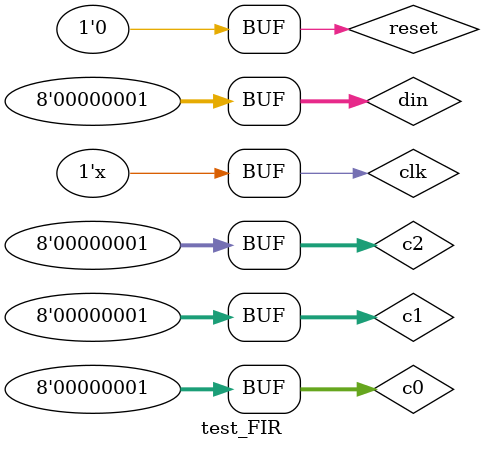
<source format=v>
`timescale 1ns / 1ps


module test_FIR(    );
reg clk;
reg reset;
reg[7:0] din;
reg[7:0] c0, c1, c2;
wire[15:0] dout;

FIR F1 (.clk(clk),.reset(reset),.din(din),.c0(c0),.c1(c1),.c2(c2),.dout(dout));

initial clk = 0;
always #5 clk= ~clk;

initial begin
#10;
reset = 1;
#10;
reset = 0;
din = 1; c0 = 1; c1 = 1; c2 = 1;#10;

end
 


endmodule

</source>
